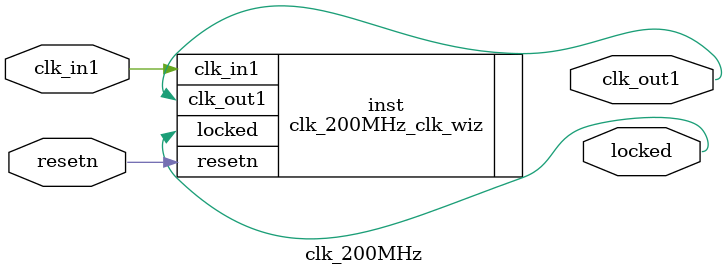
<source format=v>


`timescale 1ps/1ps

(* CORE_GENERATION_INFO = "clk_200MHz,clk_wiz_v6_0_11_0_0,{component_name=clk_200MHz,use_phase_alignment=true,use_min_o_jitter=false,use_max_i_jitter=false,use_dyn_phase_shift=false,use_inclk_switchover=false,use_dyn_reconfig=false,enable_axi=0,feedback_source=FDBK_AUTO,PRIMITIVE=PLL,num_out_clk=1,clkin1_period=10.000,clkin2_period=10.000,use_power_down=false,use_reset=true,use_locked=true,use_inclk_stopped=false,feedback_type=SINGLE,CLOCK_MGR_TYPE=NA,manual_override=false}" *)

module clk_200MHz 
 (
  // Clock out ports
  output        clk_out1,
  // Status and control signals
  input         resetn,
  output        locked,
 // Clock in ports
  input         clk_in1
 );

  clk_200MHz_clk_wiz inst
  (
  // Clock out ports  
  .clk_out1(clk_out1),
  // Status and control signals               
  .resetn(resetn), 
  .locked(locked),
 // Clock in ports
  .clk_in1(clk_in1)
  );

endmodule

</source>
